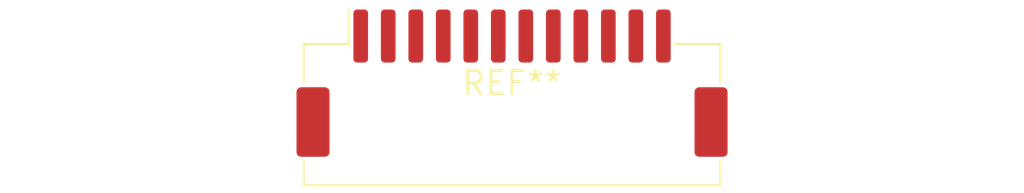
<source format=kicad_pcb>
(kicad_pcb (version 20240108) (generator pcbnew)
  (layers (0 "F.Cu" signal) (31 "B.Cu" signal) (34 "B.Paste" user) (35 "F.Paste" user) (36 "B.SilkS" user "B.Silkscreen") (37 "F.SilkS" user "F.Silkscreen") (38 "B.Mask" user) (39 "F.Mask" user) (44 "Edge.Cuts" user))
  (net 0 "")
  (footprint "JST_ZE_SM12B-ZESS-TB_1x12-1MP_P1.50mm_Horizontal" (layer "F.Cu") (at 0 0)
    (property "Reference" "REF**")
    (property "Value" "JST_ZE_SM12B-ZESS-TB_1x12-1MP_P1.50mm_Horizontal")
    (fp_line (start -11.36 -2.135) (end -8.91 -2.135) (layer "F.SilkS") (stroke (width 0.12)))
    (fp_line (start -11.36 -0.035) (end -11.36 -2.135) (layer "F.SilkS") (stroke (width 0.12)))
    (fp_line (start -11.36 4.285) (end -11.36 5.585) (layer "F.SilkS") (stroke (width 0.12)))
    (fp_line (start -11.36 5.585) (end 11.36 5.585) (layer "F.SilkS") (stroke (width 0.12)))
    (fp_line (start -8.91 -2.135) (end -8.91 -4.025) (layer "F.SilkS") (stroke (width 0.12)))
    (fp_line (start 11.36 -2.135) (end 8.91 -2.135) (layer "F.SilkS") (stroke (width 0.12)))
    (fp_line (start 11.36 -0.035) (end 11.36 -2.135) (layer "F.SilkS") (stroke (width 0.12)))
    (fp_line (start 11.36 5.585) (end 11.36 4.285) (layer "F.SilkS") (stroke (width 0.12)))
    (pad "1" smd roundrect (at -8.25 -2.575) (size 0.8 2.9) (layers "F.Cu" "F.Paste" "F.Mask"))
    (pad "2" smd roundrect (at -6.75 -2.575) (size 0.8 2.9) (layers "F.Cu" "F.Paste" "F.Mask"))
    (pad "3" smd roundrect (at -5.25 -2.575) (size 0.8 2.9) (layers "F.Cu" "F.Paste" "F.Mask"))
    (pad "4" smd roundrect (at -3.75 -2.575) (size 0.8 2.9) (layers "F.Cu" "F.Paste" "F.Mask"))
    (pad "5" smd roundrect (at -2.25 -2.575) (size 0.8 2.9) (layers "F.Cu" "F.Paste" "F.Mask"))
    (pad "6" smd roundrect (at -0.75 -2.575) (size 0.8 2.9) (layers "F.Cu" "F.Paste" "F.Mask"))
    (pad "7" smd roundrect (at 0.75 -2.575) (size 0.8 2.9) (layers "F.Cu" "F.Paste" "F.Mask"))
    (pad "8" smd roundrect (at 2.25 -2.575) (size 0.8 2.9) (layers "F.Cu" "F.Paste" "F.Mask"))
    (pad "9" smd roundrect (at 3.75 -2.575) (size 0.8 2.9) (layers "F.Cu" "F.Paste" "F.Mask"))
    (pad "10" smd roundrect (at 5.25 -2.575) (size 0.8 2.9) (layers "F.Cu" "F.Paste" "F.Mask"))
    (pad "11" smd roundrect (at 6.75 -2.575) (size 0.8 2.9) (layers "F.Cu" "F.Paste" "F.Mask"))
    (pad "12" smd roundrect (at 8.25 -2.575) (size 0.8 2.9) (layers "F.Cu" "F.Paste" "F.Mask"))
    (pad "MP" smd roundrect (at -10.85 2.125) (size 1.8 3.8) (layers "F.Cu" "F.Paste" "F.Mask") (roundrect_rratio 0.138889))
    (pad "MP" smd roundrect (at 10.85 2.125) (size 1.8 3.8) (layers "F.Cu" "F.Paste" "F.Mask") (roundrect_rratio 0.138889))
  )
)
</source>
